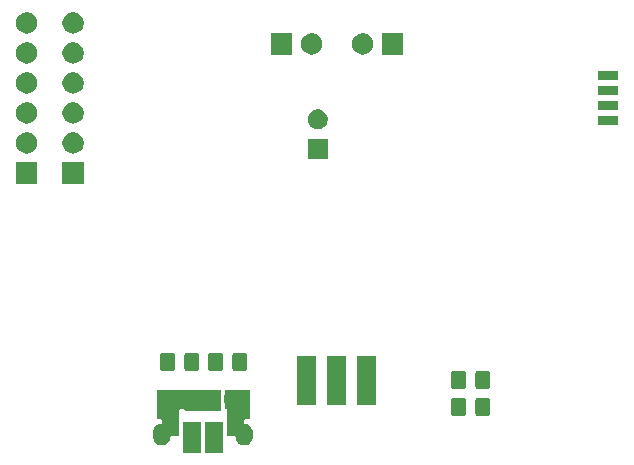
<source format=gts>
G04 #@! TF.GenerationSoftware,KiCad,Pcbnew,(5.1.6)-1*
G04 #@! TF.CreationDate,2021-05-31T10:21:52+02:00*
G04 #@! TF.ProjectId,Power_module_v1,506f7765-725f-46d6-9f64-756c655f7631,rev?*
G04 #@! TF.SameCoordinates,Original*
G04 #@! TF.FileFunction,Soldermask,Top*
G04 #@! TF.FilePolarity,Negative*
%FSLAX46Y46*%
G04 Gerber Fmt 4.6, Leading zero omitted, Abs format (unit mm)*
G04 Created by KiCad (PCBNEW (5.1.6)-1) date 2021-05-31 10:21:52*
%MOMM*%
%LPD*%
G01*
G04 APERTURE LIST*
%ADD10C,0.150000*%
G04 APERTURE END LIST*
D10*
G36*
X112914900Y-108047740D02*
G01*
X111382900Y-108047740D01*
X111382900Y-105445740D01*
X112914900Y-105445740D01*
X112914900Y-108047740D01*
G37*
G36*
X110994900Y-108047740D02*
G01*
X109462900Y-108047740D01*
X109462900Y-105445740D01*
X110994900Y-105445740D01*
X110994900Y-108047740D01*
G37*
G36*
X108886717Y-102684436D02*
G01*
X108906234Y-102690357D01*
X108930267Y-102695138D01*
X108942520Y-102695740D01*
X109440659Y-102695740D01*
X109445453Y-102699674D01*
X109467064Y-102711225D01*
X109490513Y-102718338D01*
X109514899Y-102720740D01*
X112739900Y-102720740D01*
X112739900Y-104472740D01*
X109637900Y-104472740D01*
X109637900Y-104422739D01*
X109635498Y-104398353D01*
X109628385Y-104374904D01*
X109616834Y-104353293D01*
X109601289Y-104334351D01*
X109582347Y-104318806D01*
X109560736Y-104307255D01*
X109537287Y-104300142D01*
X109512901Y-104297740D01*
X109327399Y-104297740D01*
X109303013Y-104300142D01*
X109279564Y-104307255D01*
X109257953Y-104318806D01*
X109239011Y-104334351D01*
X109223466Y-104353293D01*
X109211915Y-104374904D01*
X109204802Y-104398353D01*
X109202400Y-104422739D01*
X109202400Y-105259965D01*
X109194415Y-105274904D01*
X109187302Y-105298353D01*
X109184900Y-105322739D01*
X109184900Y-106597740D01*
X108537023Y-106597740D01*
X108512637Y-106600142D01*
X108489188Y-106607255D01*
X108467577Y-106618806D01*
X108448635Y-106634351D01*
X108433090Y-106653293D01*
X108421539Y-106674904D01*
X108412626Y-106710487D01*
X108404395Y-106794060D01*
X108373683Y-106895304D01*
X108362880Y-106930916D01*
X108295468Y-107057034D01*
X108204743Y-107167583D01*
X108094194Y-107258308D01*
X107968075Y-107325720D01*
X107968072Y-107325721D01*
X107831221Y-107367235D01*
X107688900Y-107381252D01*
X107546580Y-107367235D01*
X107409729Y-107325721D01*
X107409726Y-107325720D01*
X107283607Y-107258308D01*
X107173058Y-107167583D01*
X107082332Y-107057034D01*
X107014920Y-106930915D01*
X107014919Y-106930912D01*
X106973405Y-106794061D01*
X106962900Y-106687399D01*
X106962900Y-106266082D01*
X106973405Y-106159420D01*
X107014919Y-106022569D01*
X107014920Y-106022566D01*
X107082332Y-105896447D01*
X107173058Y-105785897D01*
X107283606Y-105695172D01*
X107409725Y-105627760D01*
X107409728Y-105627759D01*
X107546579Y-105586245D01*
X107620155Y-105578999D01*
X107644186Y-105574219D01*
X107666825Y-105564841D01*
X107687199Y-105551228D01*
X107704526Y-105533901D01*
X107718140Y-105513526D01*
X107727518Y-105490887D01*
X107732298Y-105466854D01*
X107732900Y-105454602D01*
X107732900Y-105322739D01*
X107730498Y-105298353D01*
X107723385Y-105274904D01*
X107711834Y-105253293D01*
X107696289Y-105234351D01*
X107677347Y-105218806D01*
X107655736Y-105207255D01*
X107632287Y-105200142D01*
X107607901Y-105197740D01*
X107275400Y-105197740D01*
X107275400Y-104324161D01*
X107278385Y-104318576D01*
X107285498Y-104295127D01*
X107287900Y-104270741D01*
X107287900Y-102695740D01*
X108595279Y-102695740D01*
X108619665Y-102693338D01*
X108631565Y-102690357D01*
X108651082Y-102684436D01*
X108768900Y-102672833D01*
X108886717Y-102684436D01*
G37*
G36*
X113632307Y-102675138D02*
G01*
X113644559Y-102675740D01*
X115139900Y-102675740D01*
X115139900Y-104270741D01*
X115142302Y-104295127D01*
X115149415Y-104318576D01*
X115152400Y-104324161D01*
X115152400Y-105197740D01*
X114789899Y-105197740D01*
X114765513Y-105200142D01*
X114742064Y-105207255D01*
X114720453Y-105218806D01*
X114701511Y-105234351D01*
X114685966Y-105253293D01*
X114674415Y-105274904D01*
X114667302Y-105298353D01*
X114664900Y-105322739D01*
X114664900Y-105456572D01*
X114667302Y-105480958D01*
X114674415Y-105504407D01*
X114685966Y-105526018D01*
X114701511Y-105544960D01*
X114720453Y-105560505D01*
X114742064Y-105572056D01*
X114765513Y-105579169D01*
X114777640Y-105580968D01*
X114831220Y-105586245D01*
X114968071Y-105627759D01*
X114968074Y-105627760D01*
X115094193Y-105695172D01*
X115204743Y-105785898D01*
X115295468Y-105896446D01*
X115362880Y-106022565D01*
X115362880Y-106022566D01*
X115362881Y-106022568D01*
X115404395Y-106159419D01*
X115414900Y-106266081D01*
X115414900Y-106687398D01*
X115404395Y-106794060D01*
X115373683Y-106895304D01*
X115362880Y-106930916D01*
X115295468Y-107057034D01*
X115204743Y-107167583D01*
X115094194Y-107258308D01*
X114968075Y-107325720D01*
X114968072Y-107325721D01*
X114831221Y-107367235D01*
X114688900Y-107381252D01*
X114546580Y-107367235D01*
X114409729Y-107325721D01*
X114409726Y-107325720D01*
X114283607Y-107258308D01*
X114173058Y-107167583D01*
X114082332Y-107057034D01*
X114014920Y-106930915D01*
X114014919Y-106930912D01*
X113973405Y-106794061D01*
X113965174Y-106710486D01*
X113960394Y-106686454D01*
X113951016Y-106663815D01*
X113937403Y-106643441D01*
X113920076Y-106626113D01*
X113899701Y-106612500D01*
X113877062Y-106603122D01*
X113853029Y-106598342D01*
X113840777Y-106597740D01*
X113212900Y-106597740D01*
X113212900Y-104402739D01*
X113210498Y-104378353D01*
X113203385Y-104354904D01*
X113191834Y-104333293D01*
X113176289Y-104314351D01*
X113157347Y-104298806D01*
X113135736Y-104287255D01*
X113112287Y-104280142D01*
X113087901Y-104277740D01*
X113037900Y-104277740D01*
X113037900Y-103883326D01*
X113035498Y-103858940D01*
X113032517Y-103847040D01*
X113016596Y-103794558D01*
X113007900Y-103706259D01*
X113007900Y-103247222D01*
X113016596Y-103158923D01*
X113032517Y-103106441D01*
X113037298Y-103082408D01*
X113037900Y-103070155D01*
X113037900Y-102675740D01*
X113573241Y-102675740D01*
X113585493Y-102675138D01*
X113608900Y-102672833D01*
X113632307Y-102675138D01*
G37*
G36*
X135346674Y-103393465D02*
G01*
X135384367Y-103404899D01*
X135419103Y-103423466D01*
X135449548Y-103448452D01*
X135474534Y-103478897D01*
X135493101Y-103513633D01*
X135504535Y-103551326D01*
X135509000Y-103596661D01*
X135509000Y-104683339D01*
X135504535Y-104728674D01*
X135493101Y-104766367D01*
X135474534Y-104801103D01*
X135449548Y-104831548D01*
X135419103Y-104856534D01*
X135384367Y-104875101D01*
X135346674Y-104886535D01*
X135301339Y-104891000D01*
X134464661Y-104891000D01*
X134419326Y-104886535D01*
X134381633Y-104875101D01*
X134346897Y-104856534D01*
X134316452Y-104831548D01*
X134291466Y-104801103D01*
X134272899Y-104766367D01*
X134261465Y-104728674D01*
X134257000Y-104683339D01*
X134257000Y-103596661D01*
X134261465Y-103551326D01*
X134272899Y-103513633D01*
X134291466Y-103478897D01*
X134316452Y-103448452D01*
X134346897Y-103423466D01*
X134381633Y-103404899D01*
X134419326Y-103393465D01*
X134464661Y-103389000D01*
X135301339Y-103389000D01*
X135346674Y-103393465D01*
G37*
G36*
X133296674Y-103393465D02*
G01*
X133334367Y-103404899D01*
X133369103Y-103423466D01*
X133399548Y-103448452D01*
X133424534Y-103478897D01*
X133443101Y-103513633D01*
X133454535Y-103551326D01*
X133459000Y-103596661D01*
X133459000Y-104683339D01*
X133454535Y-104728674D01*
X133443101Y-104766367D01*
X133424534Y-104801103D01*
X133399548Y-104831548D01*
X133369103Y-104856534D01*
X133334367Y-104875101D01*
X133296674Y-104886535D01*
X133251339Y-104891000D01*
X132414661Y-104891000D01*
X132369326Y-104886535D01*
X132331633Y-104875101D01*
X132296897Y-104856534D01*
X132266452Y-104831548D01*
X132241466Y-104801103D01*
X132222899Y-104766367D01*
X132211465Y-104728674D01*
X132207000Y-104683339D01*
X132207000Y-103596661D01*
X132211465Y-103551326D01*
X132222899Y-103513633D01*
X132241466Y-103478897D01*
X132266452Y-103448452D01*
X132296897Y-103423466D01*
X132331633Y-103404899D01*
X132369326Y-103393465D01*
X132414661Y-103389000D01*
X133251339Y-103389000D01*
X133296674Y-103393465D01*
G37*
G36*
X123322280Y-103963420D02*
G01*
X121696280Y-103963420D01*
X121696280Y-99861420D01*
X123322280Y-99861420D01*
X123322280Y-103963420D01*
G37*
G36*
X120782280Y-103963420D02*
G01*
X119156280Y-103963420D01*
X119156280Y-99861420D01*
X120782280Y-99861420D01*
X120782280Y-103963420D01*
G37*
G36*
X125862280Y-103963420D02*
G01*
X124236280Y-103963420D01*
X124236280Y-99861420D01*
X125862280Y-99861420D01*
X125862280Y-103963420D01*
G37*
G36*
X135346674Y-101107465D02*
G01*
X135384367Y-101118899D01*
X135419103Y-101137466D01*
X135449548Y-101162452D01*
X135474534Y-101192897D01*
X135493101Y-101227633D01*
X135504535Y-101265326D01*
X135509000Y-101310661D01*
X135509000Y-102397339D01*
X135504535Y-102442674D01*
X135493101Y-102480367D01*
X135474534Y-102515103D01*
X135449548Y-102545548D01*
X135419103Y-102570534D01*
X135384367Y-102589101D01*
X135346674Y-102600535D01*
X135301339Y-102605000D01*
X134464661Y-102605000D01*
X134419326Y-102600535D01*
X134381633Y-102589101D01*
X134346897Y-102570534D01*
X134316452Y-102545548D01*
X134291466Y-102515103D01*
X134272899Y-102480367D01*
X134261465Y-102442674D01*
X134257000Y-102397339D01*
X134257000Y-101310661D01*
X134261465Y-101265326D01*
X134272899Y-101227633D01*
X134291466Y-101192897D01*
X134316452Y-101162452D01*
X134346897Y-101137466D01*
X134381633Y-101118899D01*
X134419326Y-101107465D01*
X134464661Y-101103000D01*
X135301339Y-101103000D01*
X135346674Y-101107465D01*
G37*
G36*
X133296674Y-101107465D02*
G01*
X133334367Y-101118899D01*
X133369103Y-101137466D01*
X133399548Y-101162452D01*
X133424534Y-101192897D01*
X133443101Y-101227633D01*
X133454535Y-101265326D01*
X133459000Y-101310661D01*
X133459000Y-102397339D01*
X133454535Y-102442674D01*
X133443101Y-102480367D01*
X133424534Y-102515103D01*
X133399548Y-102545548D01*
X133369103Y-102570534D01*
X133334367Y-102589101D01*
X133296674Y-102600535D01*
X133251339Y-102605000D01*
X132414661Y-102605000D01*
X132369326Y-102600535D01*
X132331633Y-102589101D01*
X132296897Y-102570534D01*
X132266452Y-102545548D01*
X132241466Y-102515103D01*
X132222899Y-102480367D01*
X132211465Y-102442674D01*
X132207000Y-102397339D01*
X132207000Y-101310661D01*
X132211465Y-101265326D01*
X132222899Y-101227633D01*
X132241466Y-101192897D01*
X132266452Y-101162452D01*
X132296897Y-101137466D01*
X132331633Y-101118899D01*
X132369326Y-101107465D01*
X132414661Y-101103000D01*
X133251339Y-101103000D01*
X133296674Y-101107465D01*
G37*
G36*
X112722674Y-99583465D02*
G01*
X112760367Y-99594899D01*
X112795103Y-99613466D01*
X112825548Y-99638452D01*
X112850534Y-99668897D01*
X112869101Y-99703633D01*
X112880535Y-99741326D01*
X112885000Y-99786661D01*
X112885000Y-100873339D01*
X112880535Y-100918674D01*
X112869101Y-100956367D01*
X112850534Y-100991103D01*
X112825548Y-101021548D01*
X112795103Y-101046534D01*
X112760367Y-101065101D01*
X112722674Y-101076535D01*
X112677339Y-101081000D01*
X111840661Y-101081000D01*
X111795326Y-101076535D01*
X111757633Y-101065101D01*
X111722897Y-101046534D01*
X111692452Y-101021548D01*
X111667466Y-100991103D01*
X111648899Y-100956367D01*
X111637465Y-100918674D01*
X111633000Y-100873339D01*
X111633000Y-99786661D01*
X111637465Y-99741326D01*
X111648899Y-99703633D01*
X111667466Y-99668897D01*
X111692452Y-99638452D01*
X111722897Y-99613466D01*
X111757633Y-99594899D01*
X111795326Y-99583465D01*
X111840661Y-99579000D01*
X112677339Y-99579000D01*
X112722674Y-99583465D01*
G37*
G36*
X114772674Y-99583465D02*
G01*
X114810367Y-99594899D01*
X114845103Y-99613466D01*
X114875548Y-99638452D01*
X114900534Y-99668897D01*
X114919101Y-99703633D01*
X114930535Y-99741326D01*
X114935000Y-99786661D01*
X114935000Y-100873339D01*
X114930535Y-100918674D01*
X114919101Y-100956367D01*
X114900534Y-100991103D01*
X114875548Y-101021548D01*
X114845103Y-101046534D01*
X114810367Y-101065101D01*
X114772674Y-101076535D01*
X114727339Y-101081000D01*
X113890661Y-101081000D01*
X113845326Y-101076535D01*
X113807633Y-101065101D01*
X113772897Y-101046534D01*
X113742452Y-101021548D01*
X113717466Y-100991103D01*
X113698899Y-100956367D01*
X113687465Y-100918674D01*
X113683000Y-100873339D01*
X113683000Y-99786661D01*
X113687465Y-99741326D01*
X113698899Y-99703633D01*
X113717466Y-99668897D01*
X113742452Y-99638452D01*
X113772897Y-99613466D01*
X113807633Y-99594899D01*
X113845326Y-99583465D01*
X113890661Y-99579000D01*
X114727339Y-99579000D01*
X114772674Y-99583465D01*
G37*
G36*
X110708674Y-99583465D02*
G01*
X110746367Y-99594899D01*
X110781103Y-99613466D01*
X110811548Y-99638452D01*
X110836534Y-99668897D01*
X110855101Y-99703633D01*
X110866535Y-99741326D01*
X110871000Y-99786661D01*
X110871000Y-100873339D01*
X110866535Y-100918674D01*
X110855101Y-100956367D01*
X110836534Y-100991103D01*
X110811548Y-101021548D01*
X110781103Y-101046534D01*
X110746367Y-101065101D01*
X110708674Y-101076535D01*
X110663339Y-101081000D01*
X109826661Y-101081000D01*
X109781326Y-101076535D01*
X109743633Y-101065101D01*
X109708897Y-101046534D01*
X109678452Y-101021548D01*
X109653466Y-100991103D01*
X109634899Y-100956367D01*
X109623465Y-100918674D01*
X109619000Y-100873339D01*
X109619000Y-99786661D01*
X109623465Y-99741326D01*
X109634899Y-99703633D01*
X109653466Y-99668897D01*
X109678452Y-99638452D01*
X109708897Y-99613466D01*
X109743633Y-99594899D01*
X109781326Y-99583465D01*
X109826661Y-99579000D01*
X110663339Y-99579000D01*
X110708674Y-99583465D01*
G37*
G36*
X108658674Y-99583465D02*
G01*
X108696367Y-99594899D01*
X108731103Y-99613466D01*
X108761548Y-99638452D01*
X108786534Y-99668897D01*
X108805101Y-99703633D01*
X108816535Y-99741326D01*
X108821000Y-99786661D01*
X108821000Y-100873339D01*
X108816535Y-100918674D01*
X108805101Y-100956367D01*
X108786534Y-100991103D01*
X108761548Y-101021548D01*
X108731103Y-101046534D01*
X108696367Y-101065101D01*
X108658674Y-101076535D01*
X108613339Y-101081000D01*
X107776661Y-101081000D01*
X107731326Y-101076535D01*
X107693633Y-101065101D01*
X107658897Y-101046534D01*
X107628452Y-101021548D01*
X107603466Y-100991103D01*
X107584899Y-100956367D01*
X107573465Y-100918674D01*
X107569000Y-100873339D01*
X107569000Y-99786661D01*
X107573465Y-99741326D01*
X107584899Y-99703633D01*
X107603466Y-99668897D01*
X107628452Y-99638452D01*
X107658897Y-99613466D01*
X107693633Y-99594899D01*
X107731326Y-99583465D01*
X107776661Y-99579000D01*
X108613339Y-99579000D01*
X108658674Y-99583465D01*
G37*
G36*
X101104000Y-85229000D02*
G01*
X99302000Y-85229000D01*
X99302000Y-83427000D01*
X101104000Y-83427000D01*
X101104000Y-85229000D01*
G37*
G36*
X97167000Y-85229000D02*
G01*
X95365000Y-85229000D01*
X95365000Y-83427000D01*
X97167000Y-83427000D01*
X97167000Y-85229000D01*
G37*
G36*
X121755000Y-83147000D02*
G01*
X120053000Y-83147000D01*
X120053000Y-81445000D01*
X121755000Y-81445000D01*
X121755000Y-83147000D01*
G37*
G36*
X100316512Y-80891927D02*
G01*
X100465812Y-80921624D01*
X100629784Y-80989544D01*
X100777354Y-81088147D01*
X100902853Y-81213646D01*
X101001456Y-81361216D01*
X101069376Y-81525188D01*
X101104000Y-81699259D01*
X101104000Y-81876741D01*
X101069376Y-82050812D01*
X101001456Y-82214784D01*
X100902853Y-82362354D01*
X100777354Y-82487853D01*
X100629784Y-82586456D01*
X100465812Y-82654376D01*
X100316512Y-82684073D01*
X100291742Y-82689000D01*
X100114258Y-82689000D01*
X100089488Y-82684073D01*
X99940188Y-82654376D01*
X99776216Y-82586456D01*
X99628646Y-82487853D01*
X99503147Y-82362354D01*
X99404544Y-82214784D01*
X99336624Y-82050812D01*
X99302000Y-81876741D01*
X99302000Y-81699259D01*
X99336624Y-81525188D01*
X99404544Y-81361216D01*
X99503147Y-81213646D01*
X99628646Y-81088147D01*
X99776216Y-80989544D01*
X99940188Y-80921624D01*
X100089488Y-80891927D01*
X100114258Y-80887000D01*
X100291742Y-80887000D01*
X100316512Y-80891927D01*
G37*
G36*
X96379512Y-80891927D02*
G01*
X96528812Y-80921624D01*
X96692784Y-80989544D01*
X96840354Y-81088147D01*
X96965853Y-81213646D01*
X97064456Y-81361216D01*
X97132376Y-81525188D01*
X97167000Y-81699259D01*
X97167000Y-81876741D01*
X97132376Y-82050812D01*
X97064456Y-82214784D01*
X96965853Y-82362354D01*
X96840354Y-82487853D01*
X96692784Y-82586456D01*
X96528812Y-82654376D01*
X96379512Y-82684073D01*
X96354742Y-82689000D01*
X96177258Y-82689000D01*
X96152488Y-82684073D01*
X96003188Y-82654376D01*
X95839216Y-82586456D01*
X95691646Y-82487853D01*
X95566147Y-82362354D01*
X95467544Y-82214784D01*
X95399624Y-82050812D01*
X95365000Y-81876741D01*
X95365000Y-81699259D01*
X95399624Y-81525188D01*
X95467544Y-81361216D01*
X95566147Y-81213646D01*
X95691646Y-81088147D01*
X95839216Y-80989544D01*
X96003188Y-80921624D01*
X96152488Y-80891927D01*
X96177258Y-80887000D01*
X96354742Y-80887000D01*
X96379512Y-80891927D01*
G37*
G36*
X121152228Y-78977703D02*
G01*
X121307100Y-79041853D01*
X121446481Y-79134985D01*
X121565015Y-79253519D01*
X121658147Y-79392900D01*
X121722297Y-79547772D01*
X121755000Y-79712184D01*
X121755000Y-79879816D01*
X121722297Y-80044228D01*
X121658147Y-80199100D01*
X121565015Y-80338481D01*
X121446481Y-80457015D01*
X121307100Y-80550147D01*
X121152228Y-80614297D01*
X120987816Y-80647000D01*
X120820184Y-80647000D01*
X120655772Y-80614297D01*
X120500900Y-80550147D01*
X120361519Y-80457015D01*
X120242985Y-80338481D01*
X120149853Y-80199100D01*
X120085703Y-80044228D01*
X120053000Y-79879816D01*
X120053000Y-79712184D01*
X120085703Y-79547772D01*
X120149853Y-79392900D01*
X120242985Y-79253519D01*
X120361519Y-79134985D01*
X120500900Y-79041853D01*
X120655772Y-78977703D01*
X120820184Y-78945000D01*
X120987816Y-78945000D01*
X121152228Y-78977703D01*
G37*
G36*
X146367000Y-80284000D02*
G01*
X144665000Y-80284000D01*
X144665000Y-79482000D01*
X146367000Y-79482000D01*
X146367000Y-80284000D01*
G37*
G36*
X96379512Y-78351927D02*
G01*
X96528812Y-78381624D01*
X96692784Y-78449544D01*
X96840354Y-78548147D01*
X96965853Y-78673646D01*
X97064456Y-78821216D01*
X97132376Y-78985188D01*
X97167000Y-79159259D01*
X97167000Y-79336741D01*
X97132376Y-79510812D01*
X97064456Y-79674784D01*
X96965853Y-79822354D01*
X96840354Y-79947853D01*
X96692784Y-80046456D01*
X96528812Y-80114376D01*
X96379512Y-80144073D01*
X96354742Y-80149000D01*
X96177258Y-80149000D01*
X96152488Y-80144073D01*
X96003188Y-80114376D01*
X95839216Y-80046456D01*
X95691646Y-79947853D01*
X95566147Y-79822354D01*
X95467544Y-79674784D01*
X95399624Y-79510812D01*
X95365000Y-79336741D01*
X95365000Y-79159259D01*
X95399624Y-78985188D01*
X95467544Y-78821216D01*
X95566147Y-78673646D01*
X95691646Y-78548147D01*
X95839216Y-78449544D01*
X96003188Y-78381624D01*
X96152488Y-78351927D01*
X96177258Y-78347000D01*
X96354742Y-78347000D01*
X96379512Y-78351927D01*
G37*
G36*
X100316512Y-78351927D02*
G01*
X100465812Y-78381624D01*
X100629784Y-78449544D01*
X100777354Y-78548147D01*
X100902853Y-78673646D01*
X101001456Y-78821216D01*
X101069376Y-78985188D01*
X101104000Y-79159259D01*
X101104000Y-79336741D01*
X101069376Y-79510812D01*
X101001456Y-79674784D01*
X100902853Y-79822354D01*
X100777354Y-79947853D01*
X100629784Y-80046456D01*
X100465812Y-80114376D01*
X100316512Y-80144073D01*
X100291742Y-80149000D01*
X100114258Y-80149000D01*
X100089488Y-80144073D01*
X99940188Y-80114376D01*
X99776216Y-80046456D01*
X99628646Y-79947853D01*
X99503147Y-79822354D01*
X99404544Y-79674784D01*
X99336624Y-79510812D01*
X99302000Y-79336741D01*
X99302000Y-79159259D01*
X99336624Y-78985188D01*
X99404544Y-78821216D01*
X99503147Y-78673646D01*
X99628646Y-78548147D01*
X99776216Y-78449544D01*
X99940188Y-78381624D01*
X100089488Y-78351927D01*
X100114258Y-78347000D01*
X100291742Y-78347000D01*
X100316512Y-78351927D01*
G37*
G36*
X146367000Y-79014000D02*
G01*
X144665000Y-79014000D01*
X144665000Y-78212000D01*
X146367000Y-78212000D01*
X146367000Y-79014000D01*
G37*
G36*
X146367000Y-77744000D02*
G01*
X144665000Y-77744000D01*
X144665000Y-76942000D01*
X146367000Y-76942000D01*
X146367000Y-77744000D01*
G37*
G36*
X100316512Y-75811927D02*
G01*
X100465812Y-75841624D01*
X100629784Y-75909544D01*
X100777354Y-76008147D01*
X100902853Y-76133646D01*
X101001456Y-76281216D01*
X101069376Y-76445188D01*
X101104000Y-76619259D01*
X101104000Y-76796741D01*
X101069376Y-76970812D01*
X101001456Y-77134784D01*
X100902853Y-77282354D01*
X100777354Y-77407853D01*
X100629784Y-77506456D01*
X100465812Y-77574376D01*
X100316512Y-77604073D01*
X100291742Y-77609000D01*
X100114258Y-77609000D01*
X100089488Y-77604073D01*
X99940188Y-77574376D01*
X99776216Y-77506456D01*
X99628646Y-77407853D01*
X99503147Y-77282354D01*
X99404544Y-77134784D01*
X99336624Y-76970812D01*
X99302000Y-76796741D01*
X99302000Y-76619259D01*
X99336624Y-76445188D01*
X99404544Y-76281216D01*
X99503147Y-76133646D01*
X99628646Y-76008147D01*
X99776216Y-75909544D01*
X99940188Y-75841624D01*
X100089488Y-75811927D01*
X100114258Y-75807000D01*
X100291742Y-75807000D01*
X100316512Y-75811927D01*
G37*
G36*
X96379512Y-75811927D02*
G01*
X96528812Y-75841624D01*
X96692784Y-75909544D01*
X96840354Y-76008147D01*
X96965853Y-76133646D01*
X97064456Y-76281216D01*
X97132376Y-76445188D01*
X97167000Y-76619259D01*
X97167000Y-76796741D01*
X97132376Y-76970812D01*
X97064456Y-77134784D01*
X96965853Y-77282354D01*
X96840354Y-77407853D01*
X96692784Y-77506456D01*
X96528812Y-77574376D01*
X96379512Y-77604073D01*
X96354742Y-77609000D01*
X96177258Y-77609000D01*
X96152488Y-77604073D01*
X96003188Y-77574376D01*
X95839216Y-77506456D01*
X95691646Y-77407853D01*
X95566147Y-77282354D01*
X95467544Y-77134784D01*
X95399624Y-76970812D01*
X95365000Y-76796741D01*
X95365000Y-76619259D01*
X95399624Y-76445188D01*
X95467544Y-76281216D01*
X95566147Y-76133646D01*
X95691646Y-76008147D01*
X95839216Y-75909544D01*
X96003188Y-75841624D01*
X96152488Y-75811927D01*
X96177258Y-75807000D01*
X96354742Y-75807000D01*
X96379512Y-75811927D01*
G37*
G36*
X146367000Y-76474000D02*
G01*
X144665000Y-76474000D01*
X144665000Y-75672000D01*
X146367000Y-75672000D01*
X146367000Y-76474000D01*
G37*
G36*
X96379512Y-73271927D02*
G01*
X96528812Y-73301624D01*
X96692784Y-73369544D01*
X96840354Y-73468147D01*
X96965853Y-73593646D01*
X97064456Y-73741216D01*
X97132376Y-73905188D01*
X97167000Y-74079259D01*
X97167000Y-74256741D01*
X97132376Y-74430812D01*
X97064456Y-74594784D01*
X96965853Y-74742354D01*
X96840354Y-74867853D01*
X96692784Y-74966456D01*
X96528812Y-75034376D01*
X96379512Y-75064073D01*
X96354742Y-75069000D01*
X96177258Y-75069000D01*
X96152488Y-75064073D01*
X96003188Y-75034376D01*
X95839216Y-74966456D01*
X95691646Y-74867853D01*
X95566147Y-74742354D01*
X95467544Y-74594784D01*
X95399624Y-74430812D01*
X95365000Y-74256741D01*
X95365000Y-74079259D01*
X95399624Y-73905188D01*
X95467544Y-73741216D01*
X95566147Y-73593646D01*
X95691646Y-73468147D01*
X95839216Y-73369544D01*
X96003188Y-73301624D01*
X96152488Y-73271927D01*
X96177258Y-73267000D01*
X96354742Y-73267000D01*
X96379512Y-73271927D01*
G37*
G36*
X100316512Y-73271927D02*
G01*
X100465812Y-73301624D01*
X100629784Y-73369544D01*
X100777354Y-73468147D01*
X100902853Y-73593646D01*
X101001456Y-73741216D01*
X101069376Y-73905188D01*
X101104000Y-74079259D01*
X101104000Y-74256741D01*
X101069376Y-74430812D01*
X101001456Y-74594784D01*
X100902853Y-74742354D01*
X100777354Y-74867853D01*
X100629784Y-74966456D01*
X100465812Y-75034376D01*
X100316512Y-75064073D01*
X100291742Y-75069000D01*
X100114258Y-75069000D01*
X100089488Y-75064073D01*
X99940188Y-75034376D01*
X99776216Y-74966456D01*
X99628646Y-74867853D01*
X99503147Y-74742354D01*
X99404544Y-74594784D01*
X99336624Y-74430812D01*
X99302000Y-74256741D01*
X99302000Y-74079259D01*
X99336624Y-73905188D01*
X99404544Y-73741216D01*
X99503147Y-73593646D01*
X99628646Y-73468147D01*
X99776216Y-73369544D01*
X99940188Y-73301624D01*
X100089488Y-73271927D01*
X100114258Y-73267000D01*
X100291742Y-73267000D01*
X100316512Y-73271927D01*
G37*
G36*
X124827512Y-72509927D02*
G01*
X124976812Y-72539624D01*
X125140784Y-72607544D01*
X125288354Y-72706147D01*
X125413853Y-72831646D01*
X125512456Y-72979216D01*
X125580376Y-73143188D01*
X125615000Y-73317259D01*
X125615000Y-73494741D01*
X125580376Y-73668812D01*
X125512456Y-73832784D01*
X125413853Y-73980354D01*
X125288354Y-74105853D01*
X125140784Y-74204456D01*
X124976812Y-74272376D01*
X124827512Y-74302073D01*
X124802742Y-74307000D01*
X124625258Y-74307000D01*
X124600488Y-74302073D01*
X124451188Y-74272376D01*
X124287216Y-74204456D01*
X124139646Y-74105853D01*
X124014147Y-73980354D01*
X123915544Y-73832784D01*
X123847624Y-73668812D01*
X123813000Y-73494741D01*
X123813000Y-73317259D01*
X123847624Y-73143188D01*
X123915544Y-72979216D01*
X124014147Y-72831646D01*
X124139646Y-72706147D01*
X124287216Y-72607544D01*
X124451188Y-72539624D01*
X124600488Y-72509927D01*
X124625258Y-72505000D01*
X124802742Y-72505000D01*
X124827512Y-72509927D01*
G37*
G36*
X128155000Y-74307000D02*
G01*
X126353000Y-74307000D01*
X126353000Y-72505000D01*
X128155000Y-72505000D01*
X128155000Y-74307000D01*
G37*
G36*
X118757000Y-74307000D02*
G01*
X116955000Y-74307000D01*
X116955000Y-72505000D01*
X118757000Y-72505000D01*
X118757000Y-74307000D01*
G37*
G36*
X120509512Y-72509927D02*
G01*
X120658812Y-72539624D01*
X120822784Y-72607544D01*
X120970354Y-72706147D01*
X121095853Y-72831646D01*
X121194456Y-72979216D01*
X121262376Y-73143188D01*
X121297000Y-73317259D01*
X121297000Y-73494741D01*
X121262376Y-73668812D01*
X121194456Y-73832784D01*
X121095853Y-73980354D01*
X120970354Y-74105853D01*
X120822784Y-74204456D01*
X120658812Y-74272376D01*
X120509512Y-74302073D01*
X120484742Y-74307000D01*
X120307258Y-74307000D01*
X120282488Y-74302073D01*
X120133188Y-74272376D01*
X119969216Y-74204456D01*
X119821646Y-74105853D01*
X119696147Y-73980354D01*
X119597544Y-73832784D01*
X119529624Y-73668812D01*
X119495000Y-73494741D01*
X119495000Y-73317259D01*
X119529624Y-73143188D01*
X119597544Y-72979216D01*
X119696147Y-72831646D01*
X119821646Y-72706147D01*
X119969216Y-72607544D01*
X120133188Y-72539624D01*
X120282488Y-72509927D01*
X120307258Y-72505000D01*
X120484742Y-72505000D01*
X120509512Y-72509927D01*
G37*
G36*
X100316512Y-70731927D02*
G01*
X100465812Y-70761624D01*
X100629784Y-70829544D01*
X100777354Y-70928147D01*
X100902853Y-71053646D01*
X101001456Y-71201216D01*
X101069376Y-71365188D01*
X101104000Y-71539259D01*
X101104000Y-71716741D01*
X101069376Y-71890812D01*
X101001456Y-72054784D01*
X100902853Y-72202354D01*
X100777354Y-72327853D01*
X100629784Y-72426456D01*
X100465812Y-72494376D01*
X100316512Y-72524073D01*
X100291742Y-72529000D01*
X100114258Y-72529000D01*
X100089488Y-72524073D01*
X99940188Y-72494376D01*
X99776216Y-72426456D01*
X99628646Y-72327853D01*
X99503147Y-72202354D01*
X99404544Y-72054784D01*
X99336624Y-71890812D01*
X99302000Y-71716741D01*
X99302000Y-71539259D01*
X99336624Y-71365188D01*
X99404544Y-71201216D01*
X99503147Y-71053646D01*
X99628646Y-70928147D01*
X99776216Y-70829544D01*
X99940188Y-70761624D01*
X100089488Y-70731927D01*
X100114258Y-70727000D01*
X100291742Y-70727000D01*
X100316512Y-70731927D01*
G37*
G36*
X96379512Y-70731927D02*
G01*
X96528812Y-70761624D01*
X96692784Y-70829544D01*
X96840354Y-70928147D01*
X96965853Y-71053646D01*
X97064456Y-71201216D01*
X97132376Y-71365188D01*
X97167000Y-71539259D01*
X97167000Y-71716741D01*
X97132376Y-71890812D01*
X97064456Y-72054784D01*
X96965853Y-72202354D01*
X96840354Y-72327853D01*
X96692784Y-72426456D01*
X96528812Y-72494376D01*
X96379512Y-72524073D01*
X96354742Y-72529000D01*
X96177258Y-72529000D01*
X96152488Y-72524073D01*
X96003188Y-72494376D01*
X95839216Y-72426456D01*
X95691646Y-72327853D01*
X95566147Y-72202354D01*
X95467544Y-72054784D01*
X95399624Y-71890812D01*
X95365000Y-71716741D01*
X95365000Y-71539259D01*
X95399624Y-71365188D01*
X95467544Y-71201216D01*
X95566147Y-71053646D01*
X95691646Y-70928147D01*
X95839216Y-70829544D01*
X96003188Y-70761624D01*
X96152488Y-70731927D01*
X96177258Y-70727000D01*
X96354742Y-70727000D01*
X96379512Y-70731927D01*
G37*
M02*

</source>
